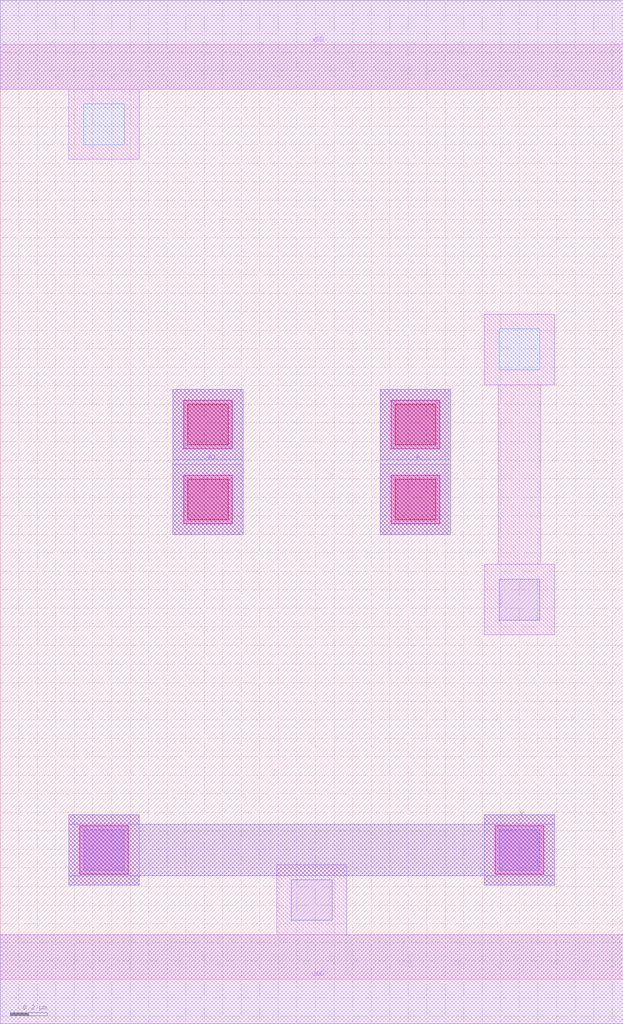
<source format=lef>
MACRO NOR2
 CLASS CORE ;
 FOREIGN NOR2 0 0 ;
 SIZE 3.36 BY 5.04 ;
 ORIGIN 0 0 ;
 SYMMETRY X Y R90 ;
 SITE unit ;
  PIN VDD
   DIRECTION INOUT ;
   USE POWER ;
   SHAPE ABUTMENT ;
    PORT
     CLASS CORE ;
       LAYER met1 ;
        RECT 0.00000000 4.80000000 3.36000000 5.28000000 ;
    END
  END VDD

  PIN GND
   DIRECTION INOUT ;
   USE POWER ;
   SHAPE ABUTMENT ;
    PORT
     CLASS CORE ;
       LAYER met1 ;
        RECT 0.00000000 -0.24000000 3.36000000 0.24000000 ;
    END
  END GND

  PIN Y
   DIRECTION INOUT ;
   USE SIGNAL ;
   SHAPE ABUTMENT ;
    PORT
     CLASS CORE ;
       LAYER met2 ;
        RECT 0.37000000 0.50700000 0.75000000 0.55700000 ;
        RECT 2.61000000 0.50700000 2.99000000 0.55700000 ;
        RECT 0.37000000 0.55700000 2.99000000 0.83700000 ;
        RECT 0.37000000 0.83700000 0.75000000 0.88700000 ;
        RECT 2.61000000 0.83700000 2.99000000 0.88700000 ;
    END
  END Y

  PIN A
   DIRECTION INOUT ;
   USE SIGNAL ;
   SHAPE ABUTMENT ;
    PORT
     CLASS CORE ;
       LAYER met2 ;
        RECT 2.05000000 2.39700000 2.43000000 3.18200000 ;
    END
  END A

  PIN A1
   DIRECTION INOUT ;
   USE SIGNAL ;
   SHAPE ABUTMENT ;
    PORT
     CLASS CORE ;
       LAYER met2 ;
        RECT 0.93000000 2.39700000 1.31000000 3.18200000 ;
    END
  END A1

 OBS
    LAYER polycont ;
     RECT 1.01000000 2.47700000 1.23000000 2.69700000 ;
     RECT 2.13000000 2.47700000 2.35000000 2.69700000 ;
     RECT 1.01000000 2.88200000 1.23000000 3.10200000 ;
     RECT 2.13000000 2.88200000 2.35000000 3.10200000 ;

    LAYER pdiffc ;
     RECT 2.69000000 3.28700000 2.91000000 3.50700000 ;
     RECT 0.45000000 4.50200000 0.67000000 4.72200000 ;

    LAYER ndiffc ;
     RECT 1.57000000 0.31700000 1.79000000 0.53700000 ;
     RECT 0.45000000 0.58700000 0.67000000 0.80700000 ;
     RECT 2.69000000 0.58700000 2.91000000 0.80700000 ;
     RECT 2.69000000 1.93700000 2.91000000 2.15700000 ;

    LAYER met1 ;
     RECT 0.00000000 -0.24000000 3.36000000 0.24000000 ;
     RECT 1.49000000 0.24000000 1.87000000 0.61700000 ;
     RECT 0.37000000 0.50700000 0.75000000 0.88700000 ;
     RECT 2.61000000 0.50700000 2.99000000 0.88700000 ;
     RECT 0.93000000 2.39700000 1.31000000 2.77700000 ;
     RECT 2.05000000 2.39700000 2.43000000 2.77700000 ;
     RECT 0.93000000 2.80200000 1.31000000 3.18200000 ;
     RECT 2.05000000 2.80200000 2.43000000 3.18200000 ;
     RECT 2.61000000 1.85700000 2.99000000 2.23700000 ;
     RECT 2.68500000 2.23700000 2.91500000 3.20700000 ;
     RECT 2.61000000 3.20700000 2.99000000 3.58700000 ;
     RECT 0.37000000 4.42200000 0.75000000 4.80000000 ;
     RECT 0.00000000 4.80000000 3.36000000 5.28000000 ;

    LAYER via1 ;
     RECT 0.43000000 0.56700000 0.69000000 0.82700000 ;
     RECT 2.67000000 0.56700000 2.93000000 0.82700000 ;
     RECT 0.99000000 2.45700000 1.25000000 2.71700000 ;
     RECT 2.11000000 2.45700000 2.37000000 2.71700000 ;
     RECT 0.99000000 2.86200000 1.25000000 3.12200000 ;
     RECT 2.11000000 2.86200000 2.37000000 3.12200000 ;

    LAYER met2 ;
     RECT 0.37000000 0.50700000 0.75000000 0.55700000 ;
     RECT 2.61000000 0.50700000 2.99000000 0.55700000 ;
     RECT 0.37000000 0.55700000 2.99000000 0.83700000 ;
     RECT 0.37000000 0.83700000 0.75000000 0.88700000 ;
     RECT 2.61000000 0.83700000 2.99000000 0.88700000 ;
     RECT 0.93000000 2.39700000 1.31000000 3.18200000 ;
     RECT 2.05000000 2.39700000 2.43000000 3.18200000 ;

 END
END NOR2

</source>
